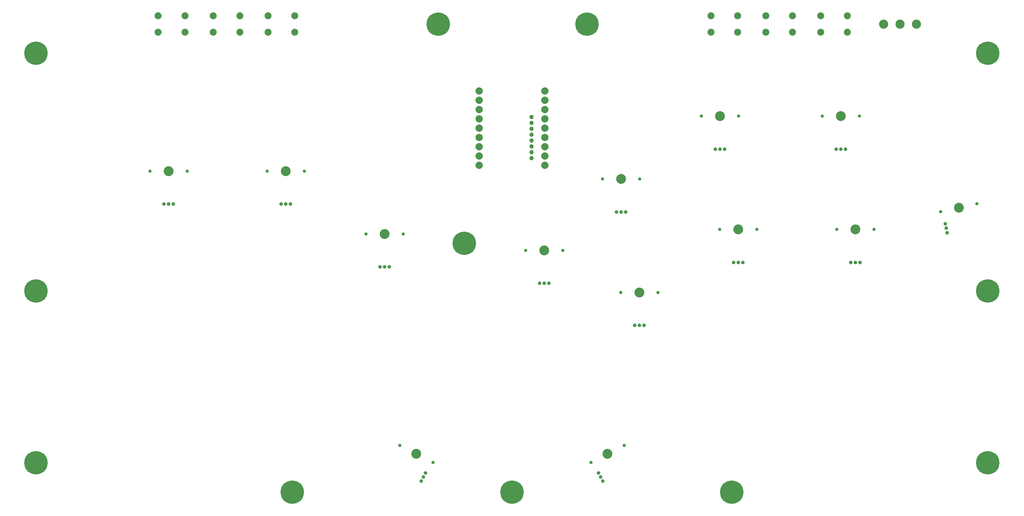
<source format=gbs>
G04 #@! TF.GenerationSoftware,KiCad,Pcbnew,9.0.0*
G04 #@! TF.CreationDate,2025-05-11T16:12:36-07:00*
G04 #@! TF.ProjectId,HE_Leverless_Mainboard,48455f4c-6576-4657-926c-6573735f4d61,rev?*
G04 #@! TF.SameCoordinates,Original*
G04 #@! TF.FileFunction,Soldermask,Bot*
G04 #@! TF.FilePolarity,Negative*
%FSLAX46Y46*%
G04 Gerber Fmt 4.6, Leading zero omitted, Abs format (unit mm)*
G04 Created by KiCad (PCBNEW 9.0.0) date 2025-05-11 16:12:36*
%MOMM*%
%LPD*%
G01*
G04 APERTURE LIST*
%ADD10C,2.500000*%
%ADD11C,1.905000*%
%ADD12C,0.900000*%
%ADD13C,2.700000*%
%ADD14C,1.000000*%
%ADD15C,6.400000*%
%ADD16C,2.000000*%
%ADD17C,1.200000*%
G04 APERTURE END LIST*
D10*
X299196699Y-72196701D03*
X303696699Y-72196701D03*
X308196699Y-72196701D03*
D11*
X138346699Y-74446701D03*
X131046699Y-74446701D03*
X138346699Y-69946701D03*
X131046699Y-69946701D03*
D12*
X227416698Y-145596699D03*
D13*
X232496698Y-145596699D03*
D12*
X237576698Y-145596699D03*
D14*
X231226698Y-154596699D03*
X232496698Y-154596699D03*
X233766698Y-154596699D03*
D12*
X201416698Y-134096699D03*
D13*
X206496698Y-134096699D03*
D12*
X211576698Y-134096699D03*
D14*
X205226698Y-143096699D03*
X206496698Y-143096699D03*
X207766698Y-143096699D03*
D11*
X274346699Y-74446701D03*
X267046699Y-74446701D03*
X274346699Y-69946701D03*
X267046699Y-69946701D03*
D12*
X130816700Y-112396699D03*
D13*
X135896700Y-112396699D03*
D12*
X140976700Y-112396699D03*
D14*
X134626700Y-121396699D03*
X135896700Y-121396699D03*
X137166700Y-121396699D03*
D15*
X257696699Y-200196701D03*
D12*
X167080626Y-187419100D03*
D13*
X171582540Y-189772644D03*
D12*
X176084454Y-192126188D03*
D14*
X172888566Y-197203303D03*
X173476952Y-196077825D03*
X174065338Y-194952346D03*
D12*
X314814884Y-123556177D03*
D13*
X319774468Y-122456664D03*
D12*
X324734052Y-121357151D03*
D14*
X316028059Y-126810744D03*
X316302937Y-128050640D03*
X316577815Y-129290536D03*
D15*
X327696699Y-192196701D03*
D12*
X98816700Y-112396700D03*
D13*
X103896700Y-112396700D03*
D12*
X108976700Y-112396700D03*
D14*
X102626700Y-121396700D03*
X103896700Y-121396700D03*
X105166700Y-121396700D03*
D11*
X123346699Y-74446701D03*
X116046699Y-74446701D03*
X123346699Y-69946701D03*
X116046699Y-69946701D03*
D15*
X67696699Y-80196701D03*
D16*
X188696699Y-90495699D03*
X188696699Y-93035699D03*
X188696699Y-95575699D03*
X188696699Y-98115699D03*
X188696699Y-100655699D03*
X188696699Y-103195699D03*
X188696699Y-105735699D03*
X188696699Y-108275699D03*
X188696699Y-110815699D03*
X206696699Y-110815699D03*
X206696699Y-108275699D03*
X206696699Y-105735699D03*
X206696699Y-103195699D03*
X206696699Y-100655699D03*
X206696699Y-98115699D03*
X206696699Y-95575699D03*
X206696699Y-93035699D03*
X206696699Y-90495699D03*
D17*
X203046699Y-108855699D03*
X203046699Y-107255699D03*
X203046699Y-105655699D03*
X203046699Y-104055699D03*
X203046699Y-102455699D03*
X203046699Y-100855699D03*
X203046699Y-99255699D03*
X203046699Y-97655699D03*
D15*
X137696699Y-200196701D03*
X67696699Y-145196701D03*
D12*
X157816700Y-129596699D03*
D13*
X162896700Y-129596699D03*
D12*
X167976700Y-129596699D03*
D14*
X161626700Y-138596699D03*
X162896700Y-138596699D03*
X164166700Y-138596699D03*
D12*
X286416698Y-128396700D03*
D13*
X291496698Y-128396700D03*
D12*
X296576698Y-128396700D03*
D14*
X290226698Y-137396700D03*
X291496698Y-137396700D03*
X292766698Y-137396700D03*
D15*
X327696699Y-80196701D03*
D11*
X108346699Y-74446701D03*
X101046699Y-74446701D03*
X108346699Y-69946701D03*
X101046699Y-69946701D03*
D15*
X327696699Y-145196701D03*
D12*
X282416698Y-97396700D03*
D13*
X287496698Y-97396700D03*
D12*
X292576698Y-97396700D03*
D14*
X286226698Y-106396700D03*
X287496698Y-106396700D03*
X288766698Y-106396700D03*
D15*
X177521699Y-72196701D03*
D12*
X249416698Y-97396699D03*
D13*
X254496698Y-97396699D03*
D12*
X259576698Y-97396699D03*
D14*
X253226698Y-106396699D03*
X254496698Y-106396699D03*
X255766698Y-106396699D03*
D15*
X197696699Y-200196701D03*
D11*
X289346699Y-74446701D03*
X282046699Y-74446701D03*
X289346699Y-69946701D03*
X282046699Y-69946701D03*
D15*
X184696699Y-132196701D03*
D12*
X222416698Y-114596699D03*
D13*
X227496698Y-114596699D03*
D12*
X232576698Y-114596699D03*
D14*
X226226698Y-123596699D03*
X227496698Y-123596699D03*
X228766698Y-123596699D03*
D15*
X218196699Y-72196701D03*
D11*
X259346699Y-74446701D03*
X252046699Y-74446701D03*
X259346699Y-69946701D03*
X252046699Y-69946701D03*
D12*
X254416698Y-128396699D03*
D13*
X259496698Y-128396699D03*
D12*
X264576698Y-128396699D03*
D14*
X258226698Y-137396699D03*
X259496698Y-137396699D03*
X260766698Y-137396699D03*
D15*
X67696699Y-192196701D03*
D12*
X219308944Y-192126188D03*
D13*
X223810858Y-189772644D03*
D12*
X228312772Y-187419100D03*
D14*
X221328060Y-194952346D03*
X221916446Y-196077825D03*
X222504832Y-197203303D03*
M02*

</source>
